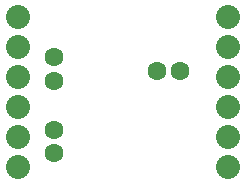
<source format=gts>
G75*
%MOIN*%
%OFA0B0*%
%FSLAX24Y24*%
%IPPOS*%
%LPD*%
%AMOC8*
5,1,8,0,0,1.08239X$1,22.5*
%
%ADD10C,0.0800*%
%ADD11C,0.0630*%
D10*
X001772Y001024D03*
X001772Y002024D03*
X001772Y003024D03*
X001772Y004024D03*
X001772Y005024D03*
X001772Y006024D03*
X008772Y006024D03*
X008772Y005024D03*
X008772Y004024D03*
X008772Y003024D03*
X008772Y002024D03*
X008772Y001024D03*
D11*
X007189Y004209D03*
X006402Y004209D03*
X002985Y003882D03*
X002985Y004670D03*
X002965Y002252D03*
X002965Y001465D03*
M02*

</source>
